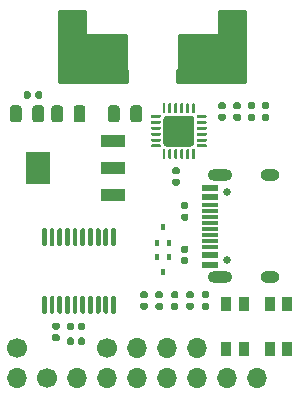
<source format=gts>
G04 #@! TF.GenerationSoftware,KiCad,Pcbnew,5.1.9+dfsg1-1*
G04 #@! TF.CreationDate,2022-04-19T21:03:17+02:00*
G04 #@! TF.ProjectId,edgedriver,65646765-6472-4697-9665-722e6b696361,rev?*
G04 #@! TF.SameCoordinates,Original*
G04 #@! TF.FileFunction,Soldermask,Top*
G04 #@! TF.FilePolarity,Negative*
%FSLAX46Y46*%
G04 Gerber Fmt 4.6, Leading zero omitted, Abs format (unit mm)*
G04 Created by KiCad (PCBNEW 5.1.9+dfsg1-1) date 2022-04-19 21:03:17*
%MOMM*%
%LPD*%
G01*
G04 APERTURE LIST*
%ADD10R,0.400000X0.510000*%
%ADD11O,1.600000X1.000000*%
%ADD12C,0.650000*%
%ADD13O,2.100000X1.000000*%
%ADD14R,1.450000X0.300000*%
%ADD15R,1.450000X0.600000*%
%ADD16R,0.900000X1.250000*%
%ADD17R,2.000000X2.800000*%
%ADD18R,2.000000X1.000000*%
%ADD19C,1.700000*%
%ADD20O,1.700000X1.700000*%
%ADD21C,0.254000*%
%ADD22C,0.100000*%
G04 APERTURE END LIST*
D10*
X400000Y10295000D03*
X900000Y9005000D03*
X1400000Y10295000D03*
D11*
X9950000Y17220000D03*
D12*
X6300000Y15790000D03*
D11*
X9950000Y8580000D03*
D12*
X6300000Y10010000D03*
D13*
X5770000Y8580000D03*
X5770000Y17220000D03*
D14*
X4855000Y12650000D03*
X4855000Y14650000D03*
X4855000Y14150000D03*
X4855000Y13650000D03*
X4855000Y13150000D03*
X4855000Y12150000D03*
X4855000Y11650000D03*
X4855000Y11150000D03*
D15*
X4855000Y16150000D03*
X4855000Y15350000D03*
X4855000Y10450000D03*
X4855000Y9650000D03*
X4855000Y9650000D03*
X4855000Y10450000D03*
X4855000Y15350000D03*
X4855000Y16150000D03*
D10*
X400000Y11505000D03*
X900000Y12795000D03*
X1400000Y11505000D03*
G36*
G01*
X-9150000Y22875000D02*
X-9150000Y21925000D01*
G75*
G02*
X-9400000Y21675000I-250000J0D01*
G01*
X-9900000Y21675000D01*
G75*
G02*
X-10150000Y21925000I0J250000D01*
G01*
X-10150000Y22875000D01*
G75*
G02*
X-9900000Y23125000I250000J0D01*
G01*
X-9400000Y23125000D01*
G75*
G02*
X-9150000Y22875000I0J-250000D01*
G01*
G37*
G36*
G01*
X-11050000Y22875000D02*
X-11050000Y21925000D01*
G75*
G02*
X-11300000Y21675000I-250000J0D01*
G01*
X-11800000Y21675000D01*
G75*
G02*
X-12050000Y21925000I0J250000D01*
G01*
X-12050000Y22875000D01*
G75*
G02*
X-11800000Y23125000I250000J0D01*
G01*
X-11300000Y23125000D01*
G75*
G02*
X-11050000Y22875000I0J-250000D01*
G01*
G37*
D16*
X9950000Y2475000D03*
X11450000Y2475000D03*
X9950000Y6325000D03*
X11450000Y6325000D03*
X6250000Y2475000D03*
X7750000Y2475000D03*
X6250000Y6325000D03*
X7750000Y6325000D03*
G36*
G01*
X3027500Y7380000D02*
X3372500Y7380000D01*
G75*
G02*
X3520000Y7232500I0J-147500D01*
G01*
X3520000Y6937500D01*
G75*
G02*
X3372500Y6790000I-147500J0D01*
G01*
X3027500Y6790000D01*
G75*
G02*
X2880000Y6937500I0J147500D01*
G01*
X2880000Y7232500D01*
G75*
G02*
X3027500Y7380000I147500J0D01*
G01*
G37*
G36*
G01*
X3027500Y6410000D02*
X3372500Y6410000D01*
G75*
G02*
X3520000Y6262500I0J-147500D01*
G01*
X3520000Y5967500D01*
G75*
G02*
X3372500Y5820000I-147500J0D01*
G01*
X3027500Y5820000D01*
G75*
G02*
X2880000Y5967500I0J147500D01*
G01*
X2880000Y6262500D01*
G75*
G02*
X3027500Y6410000I147500J0D01*
G01*
G37*
G36*
G01*
X-9025000Y5500000D02*
X-9225000Y5500000D01*
G75*
G02*
X-9325000Y5600000I0J100000D01*
G01*
X-9325000Y6875000D01*
G75*
G02*
X-9225000Y6975000I100000J0D01*
G01*
X-9025000Y6975000D01*
G75*
G02*
X-8925000Y6875000I0J-100000D01*
G01*
X-8925000Y5600000D01*
G75*
G02*
X-9025000Y5500000I-100000J0D01*
G01*
G37*
G36*
G01*
X-8375000Y5500000D02*
X-8575000Y5500000D01*
G75*
G02*
X-8675000Y5600000I0J100000D01*
G01*
X-8675000Y6875000D01*
G75*
G02*
X-8575000Y6975000I100000J0D01*
G01*
X-8375000Y6975000D01*
G75*
G02*
X-8275000Y6875000I0J-100000D01*
G01*
X-8275000Y5600000D01*
G75*
G02*
X-8375000Y5500000I-100000J0D01*
G01*
G37*
G36*
G01*
X-7725000Y5500000D02*
X-7925000Y5500000D01*
G75*
G02*
X-8025000Y5600000I0J100000D01*
G01*
X-8025000Y6875000D01*
G75*
G02*
X-7925000Y6975000I100000J0D01*
G01*
X-7725000Y6975000D01*
G75*
G02*
X-7625000Y6875000I0J-100000D01*
G01*
X-7625000Y5600000D01*
G75*
G02*
X-7725000Y5500000I-100000J0D01*
G01*
G37*
G36*
G01*
X-7075000Y5500000D02*
X-7275000Y5500000D01*
G75*
G02*
X-7375000Y5600000I0J100000D01*
G01*
X-7375000Y6875000D01*
G75*
G02*
X-7275000Y6975000I100000J0D01*
G01*
X-7075000Y6975000D01*
G75*
G02*
X-6975000Y6875000I0J-100000D01*
G01*
X-6975000Y5600000D01*
G75*
G02*
X-7075000Y5500000I-100000J0D01*
G01*
G37*
G36*
G01*
X-6425000Y5500000D02*
X-6625000Y5500000D01*
G75*
G02*
X-6725000Y5600000I0J100000D01*
G01*
X-6725000Y6875000D01*
G75*
G02*
X-6625000Y6975000I100000J0D01*
G01*
X-6425000Y6975000D01*
G75*
G02*
X-6325000Y6875000I0J-100000D01*
G01*
X-6325000Y5600000D01*
G75*
G02*
X-6425000Y5500000I-100000J0D01*
G01*
G37*
G36*
G01*
X-5775000Y5500000D02*
X-5975000Y5500000D01*
G75*
G02*
X-6075000Y5600000I0J100000D01*
G01*
X-6075000Y6875000D01*
G75*
G02*
X-5975000Y6975000I100000J0D01*
G01*
X-5775000Y6975000D01*
G75*
G02*
X-5675000Y6875000I0J-100000D01*
G01*
X-5675000Y5600000D01*
G75*
G02*
X-5775000Y5500000I-100000J0D01*
G01*
G37*
G36*
G01*
X-5125000Y5500000D02*
X-5325000Y5500000D01*
G75*
G02*
X-5425000Y5600000I0J100000D01*
G01*
X-5425000Y6875000D01*
G75*
G02*
X-5325000Y6975000I100000J0D01*
G01*
X-5125000Y6975000D01*
G75*
G02*
X-5025000Y6875000I0J-100000D01*
G01*
X-5025000Y5600000D01*
G75*
G02*
X-5125000Y5500000I-100000J0D01*
G01*
G37*
G36*
G01*
X-4475000Y5500000D02*
X-4675000Y5500000D01*
G75*
G02*
X-4775000Y5600000I0J100000D01*
G01*
X-4775000Y6875000D01*
G75*
G02*
X-4675000Y6975000I100000J0D01*
G01*
X-4475000Y6975000D01*
G75*
G02*
X-4375000Y6875000I0J-100000D01*
G01*
X-4375000Y5600000D01*
G75*
G02*
X-4475000Y5500000I-100000J0D01*
G01*
G37*
G36*
G01*
X-3825000Y5500000D02*
X-4025000Y5500000D01*
G75*
G02*
X-4125000Y5600000I0J100000D01*
G01*
X-4125000Y6875000D01*
G75*
G02*
X-4025000Y6975000I100000J0D01*
G01*
X-3825000Y6975000D01*
G75*
G02*
X-3725000Y6875000I0J-100000D01*
G01*
X-3725000Y5600000D01*
G75*
G02*
X-3825000Y5500000I-100000J0D01*
G01*
G37*
G36*
G01*
X-3175000Y5500000D02*
X-3375000Y5500000D01*
G75*
G02*
X-3475000Y5600000I0J100000D01*
G01*
X-3475000Y6875000D01*
G75*
G02*
X-3375000Y6975000I100000J0D01*
G01*
X-3175000Y6975000D01*
G75*
G02*
X-3075000Y6875000I0J-100000D01*
G01*
X-3075000Y5600000D01*
G75*
G02*
X-3175000Y5500000I-100000J0D01*
G01*
G37*
G36*
G01*
X-3175000Y11225000D02*
X-3375000Y11225000D01*
G75*
G02*
X-3475000Y11325000I0J100000D01*
G01*
X-3475000Y12600000D01*
G75*
G02*
X-3375000Y12700000I100000J0D01*
G01*
X-3175000Y12700000D01*
G75*
G02*
X-3075000Y12600000I0J-100000D01*
G01*
X-3075000Y11325000D01*
G75*
G02*
X-3175000Y11225000I-100000J0D01*
G01*
G37*
G36*
G01*
X-3825000Y11225000D02*
X-4025000Y11225000D01*
G75*
G02*
X-4125000Y11325000I0J100000D01*
G01*
X-4125000Y12600000D01*
G75*
G02*
X-4025000Y12700000I100000J0D01*
G01*
X-3825000Y12700000D01*
G75*
G02*
X-3725000Y12600000I0J-100000D01*
G01*
X-3725000Y11325000D01*
G75*
G02*
X-3825000Y11225000I-100000J0D01*
G01*
G37*
G36*
G01*
X-4475000Y11225000D02*
X-4675000Y11225000D01*
G75*
G02*
X-4775000Y11325000I0J100000D01*
G01*
X-4775000Y12600000D01*
G75*
G02*
X-4675000Y12700000I100000J0D01*
G01*
X-4475000Y12700000D01*
G75*
G02*
X-4375000Y12600000I0J-100000D01*
G01*
X-4375000Y11325000D01*
G75*
G02*
X-4475000Y11225000I-100000J0D01*
G01*
G37*
G36*
G01*
X-5125000Y11225000D02*
X-5325000Y11225000D01*
G75*
G02*
X-5425000Y11325000I0J100000D01*
G01*
X-5425000Y12600000D01*
G75*
G02*
X-5325000Y12700000I100000J0D01*
G01*
X-5125000Y12700000D01*
G75*
G02*
X-5025000Y12600000I0J-100000D01*
G01*
X-5025000Y11325000D01*
G75*
G02*
X-5125000Y11225000I-100000J0D01*
G01*
G37*
G36*
G01*
X-5775000Y11225000D02*
X-5975000Y11225000D01*
G75*
G02*
X-6075000Y11325000I0J100000D01*
G01*
X-6075000Y12600000D01*
G75*
G02*
X-5975000Y12700000I100000J0D01*
G01*
X-5775000Y12700000D01*
G75*
G02*
X-5675000Y12600000I0J-100000D01*
G01*
X-5675000Y11325000D01*
G75*
G02*
X-5775000Y11225000I-100000J0D01*
G01*
G37*
G36*
G01*
X-6425000Y11225000D02*
X-6625000Y11225000D01*
G75*
G02*
X-6725000Y11325000I0J100000D01*
G01*
X-6725000Y12600000D01*
G75*
G02*
X-6625000Y12700000I100000J0D01*
G01*
X-6425000Y12700000D01*
G75*
G02*
X-6325000Y12600000I0J-100000D01*
G01*
X-6325000Y11325000D01*
G75*
G02*
X-6425000Y11225000I-100000J0D01*
G01*
G37*
G36*
G01*
X-7075000Y11225000D02*
X-7275000Y11225000D01*
G75*
G02*
X-7375000Y11325000I0J100000D01*
G01*
X-7375000Y12600000D01*
G75*
G02*
X-7275000Y12700000I100000J0D01*
G01*
X-7075000Y12700000D01*
G75*
G02*
X-6975000Y12600000I0J-100000D01*
G01*
X-6975000Y11325000D01*
G75*
G02*
X-7075000Y11225000I-100000J0D01*
G01*
G37*
G36*
G01*
X-7725000Y11225000D02*
X-7925000Y11225000D01*
G75*
G02*
X-8025000Y11325000I0J100000D01*
G01*
X-8025000Y12600000D01*
G75*
G02*
X-7925000Y12700000I100000J0D01*
G01*
X-7725000Y12700000D01*
G75*
G02*
X-7625000Y12600000I0J-100000D01*
G01*
X-7625000Y11325000D01*
G75*
G02*
X-7725000Y11225000I-100000J0D01*
G01*
G37*
G36*
G01*
X-8375000Y11225000D02*
X-8575000Y11225000D01*
G75*
G02*
X-8675000Y11325000I0J100000D01*
G01*
X-8675000Y12600000D01*
G75*
G02*
X-8575000Y12700000I100000J0D01*
G01*
X-8375000Y12700000D01*
G75*
G02*
X-8275000Y12600000I0J-100000D01*
G01*
X-8275000Y11325000D01*
G75*
G02*
X-8375000Y11225000I-100000J0D01*
G01*
G37*
G36*
G01*
X-9025000Y11225000D02*
X-9225000Y11225000D01*
G75*
G02*
X-9325000Y11325000I0J100000D01*
G01*
X-9325000Y12600000D01*
G75*
G02*
X-9225000Y12700000I100000J0D01*
G01*
X-9025000Y12700000D01*
G75*
G02*
X-8925000Y12600000I0J-100000D01*
G01*
X-8925000Y11325000D01*
G75*
G02*
X-9025000Y11225000I-100000J0D01*
G01*
G37*
D17*
X-9650000Y17800000D03*
D18*
X-3350000Y17800000D03*
X-3350000Y20100000D03*
X-3350000Y15500000D03*
G36*
G01*
X-7230000Y4227500D02*
X-7230000Y4572500D01*
G75*
G02*
X-7082500Y4720000I147500J0D01*
G01*
X-6787500Y4720000D01*
G75*
G02*
X-6640000Y4572500I0J-147500D01*
G01*
X-6640000Y4227500D01*
G75*
G02*
X-6787500Y4080000I-147500J0D01*
G01*
X-7082500Y4080000D01*
G75*
G02*
X-7230000Y4227500I0J147500D01*
G01*
G37*
G36*
G01*
X-6260000Y4227500D02*
X-6260000Y4572500D01*
G75*
G02*
X-6112500Y4720000I147500J0D01*
G01*
X-5817500Y4720000D01*
G75*
G02*
X-5670000Y4572500I0J-147500D01*
G01*
X-5670000Y4227500D01*
G75*
G02*
X-5817500Y4080000I-147500J0D01*
G01*
X-6112500Y4080000D01*
G75*
G02*
X-6260000Y4227500I0J147500D01*
G01*
G37*
G36*
G01*
X-5670000Y3322500D02*
X-5670000Y2977500D01*
G75*
G02*
X-5817500Y2830000I-147500J0D01*
G01*
X-6112500Y2830000D01*
G75*
G02*
X-6260000Y2977500I0J147500D01*
G01*
X-6260000Y3322500D01*
G75*
G02*
X-6112500Y3470000I147500J0D01*
G01*
X-5817500Y3470000D01*
G75*
G02*
X-5670000Y3322500I0J-147500D01*
G01*
G37*
G36*
G01*
X-6640000Y3322500D02*
X-6640000Y2977500D01*
G75*
G02*
X-6787500Y2830000I-147500J0D01*
G01*
X-7082500Y2830000D01*
G75*
G02*
X-7230000Y2977500I0J147500D01*
G01*
X-7230000Y3322500D01*
G75*
G02*
X-7082500Y3470000I147500J0D01*
G01*
X-6787500Y3470000D01*
G75*
G02*
X-6640000Y3322500I0J-147500D01*
G01*
G37*
G36*
G01*
X-8322500Y3760000D02*
X-7977500Y3760000D01*
G75*
G02*
X-7830000Y3612500I0J-147500D01*
G01*
X-7830000Y3317500D01*
G75*
G02*
X-7977500Y3170000I-147500J0D01*
G01*
X-8322500Y3170000D01*
G75*
G02*
X-8470000Y3317500I0J147500D01*
G01*
X-8470000Y3612500D01*
G75*
G02*
X-8322500Y3760000I147500J0D01*
G01*
G37*
G36*
G01*
X-8322500Y4730000D02*
X-7977500Y4730000D01*
G75*
G02*
X-7830000Y4582500I0J-147500D01*
G01*
X-7830000Y4287500D01*
G75*
G02*
X-7977500Y4140000I-147500J0D01*
G01*
X-8322500Y4140000D01*
G75*
G02*
X-8470000Y4287500I0J147500D01*
G01*
X-8470000Y4582500D01*
G75*
G02*
X-8322500Y4730000I147500J0D01*
G01*
G37*
D19*
X-11430000Y2540000D03*
D20*
X-11430000Y0D03*
D19*
X-3810000Y2540000D03*
D20*
X-1270000Y2540000D03*
X1270000Y2540000D03*
X3810000Y2540000D03*
G36*
G01*
X3550000Y21987500D02*
X3550000Y19887500D01*
G75*
G02*
X3300000Y19637500I-250000J0D01*
G01*
X1200000Y19637500D01*
G75*
G02*
X950000Y19887500I0J250000D01*
G01*
X950000Y21987500D01*
G75*
G02*
X1200000Y22237500I250000J0D01*
G01*
X3300000Y22237500D01*
G75*
G02*
X3550000Y21987500I0J-250000D01*
G01*
G37*
G36*
G01*
X4600000Y19750000D02*
X4600000Y19625000D01*
G75*
G02*
X4537500Y19562500I-62500J0D01*
G01*
X3837500Y19562500D01*
G75*
G02*
X3775000Y19625000I0J62500D01*
G01*
X3775000Y19750000D01*
G75*
G02*
X3837500Y19812500I62500J0D01*
G01*
X4537500Y19812500D01*
G75*
G02*
X4600000Y19750000I0J-62500D01*
G01*
G37*
G36*
G01*
X4600000Y20250000D02*
X4600000Y20125000D01*
G75*
G02*
X4537500Y20062500I-62500J0D01*
G01*
X3837500Y20062500D01*
G75*
G02*
X3775000Y20125000I0J62500D01*
G01*
X3775000Y20250000D01*
G75*
G02*
X3837500Y20312500I62500J0D01*
G01*
X4537500Y20312500D01*
G75*
G02*
X4600000Y20250000I0J-62500D01*
G01*
G37*
G36*
G01*
X4600000Y20750000D02*
X4600000Y20625000D01*
G75*
G02*
X4537500Y20562500I-62500J0D01*
G01*
X3837500Y20562500D01*
G75*
G02*
X3775000Y20625000I0J62500D01*
G01*
X3775000Y20750000D01*
G75*
G02*
X3837500Y20812500I62500J0D01*
G01*
X4537500Y20812500D01*
G75*
G02*
X4600000Y20750000I0J-62500D01*
G01*
G37*
G36*
G01*
X4600000Y21250000D02*
X4600000Y21125000D01*
G75*
G02*
X4537500Y21062500I-62500J0D01*
G01*
X3837500Y21062500D01*
G75*
G02*
X3775000Y21125000I0J62500D01*
G01*
X3775000Y21250000D01*
G75*
G02*
X3837500Y21312500I62500J0D01*
G01*
X4537500Y21312500D01*
G75*
G02*
X4600000Y21250000I0J-62500D01*
G01*
G37*
G36*
G01*
X4600000Y21750000D02*
X4600000Y21625000D01*
G75*
G02*
X4537500Y21562500I-62500J0D01*
G01*
X3837500Y21562500D01*
G75*
G02*
X3775000Y21625000I0J62500D01*
G01*
X3775000Y21750000D01*
G75*
G02*
X3837500Y21812500I62500J0D01*
G01*
X4537500Y21812500D01*
G75*
G02*
X4600000Y21750000I0J-62500D01*
G01*
G37*
G36*
G01*
X4600000Y22250000D02*
X4600000Y22125000D01*
G75*
G02*
X4537500Y22062500I-62500J0D01*
G01*
X3837500Y22062500D01*
G75*
G02*
X3775000Y22125000I0J62500D01*
G01*
X3775000Y22250000D01*
G75*
G02*
X3837500Y22312500I62500J0D01*
G01*
X4537500Y22312500D01*
G75*
G02*
X4600000Y22250000I0J-62500D01*
G01*
G37*
G36*
G01*
X3625000Y23225000D02*
X3625000Y22525000D01*
G75*
G02*
X3562500Y22462500I-62500J0D01*
G01*
X3437500Y22462500D01*
G75*
G02*
X3375000Y22525000I0J62500D01*
G01*
X3375000Y23225000D01*
G75*
G02*
X3437500Y23287500I62500J0D01*
G01*
X3562500Y23287500D01*
G75*
G02*
X3625000Y23225000I0J-62500D01*
G01*
G37*
G36*
G01*
X3125000Y23225000D02*
X3125000Y22525000D01*
G75*
G02*
X3062500Y22462500I-62500J0D01*
G01*
X2937500Y22462500D01*
G75*
G02*
X2875000Y22525000I0J62500D01*
G01*
X2875000Y23225000D01*
G75*
G02*
X2937500Y23287500I62500J0D01*
G01*
X3062500Y23287500D01*
G75*
G02*
X3125000Y23225000I0J-62500D01*
G01*
G37*
G36*
G01*
X2625000Y23225000D02*
X2625000Y22525000D01*
G75*
G02*
X2562500Y22462500I-62500J0D01*
G01*
X2437500Y22462500D01*
G75*
G02*
X2375000Y22525000I0J62500D01*
G01*
X2375000Y23225000D01*
G75*
G02*
X2437500Y23287500I62500J0D01*
G01*
X2562500Y23287500D01*
G75*
G02*
X2625000Y23225000I0J-62500D01*
G01*
G37*
G36*
G01*
X2125000Y23225000D02*
X2125000Y22525000D01*
G75*
G02*
X2062500Y22462500I-62500J0D01*
G01*
X1937500Y22462500D01*
G75*
G02*
X1875000Y22525000I0J62500D01*
G01*
X1875000Y23225000D01*
G75*
G02*
X1937500Y23287500I62500J0D01*
G01*
X2062500Y23287500D01*
G75*
G02*
X2125000Y23225000I0J-62500D01*
G01*
G37*
G36*
G01*
X1625000Y23225000D02*
X1625000Y22525000D01*
G75*
G02*
X1562500Y22462500I-62500J0D01*
G01*
X1437500Y22462500D01*
G75*
G02*
X1375000Y22525000I0J62500D01*
G01*
X1375000Y23225000D01*
G75*
G02*
X1437500Y23287500I62500J0D01*
G01*
X1562500Y23287500D01*
G75*
G02*
X1625000Y23225000I0J-62500D01*
G01*
G37*
G36*
G01*
X1125000Y23225000D02*
X1125000Y22525000D01*
G75*
G02*
X1062500Y22462500I-62500J0D01*
G01*
X937500Y22462500D01*
G75*
G02*
X875000Y22525000I0J62500D01*
G01*
X875000Y23225000D01*
G75*
G02*
X937500Y23287500I62500J0D01*
G01*
X1062500Y23287500D01*
G75*
G02*
X1125000Y23225000I0J-62500D01*
G01*
G37*
G36*
G01*
X725000Y22250000D02*
X725000Y22125000D01*
G75*
G02*
X662500Y22062500I-62500J0D01*
G01*
X-37500Y22062500D01*
G75*
G02*
X-100000Y22125000I0J62500D01*
G01*
X-100000Y22250000D01*
G75*
G02*
X-37500Y22312500I62500J0D01*
G01*
X662500Y22312500D01*
G75*
G02*
X725000Y22250000I0J-62500D01*
G01*
G37*
G36*
G01*
X725000Y21750000D02*
X725000Y21625000D01*
G75*
G02*
X662500Y21562500I-62500J0D01*
G01*
X-37500Y21562500D01*
G75*
G02*
X-100000Y21625000I0J62500D01*
G01*
X-100000Y21750000D01*
G75*
G02*
X-37500Y21812500I62500J0D01*
G01*
X662500Y21812500D01*
G75*
G02*
X725000Y21750000I0J-62500D01*
G01*
G37*
G36*
G01*
X725000Y21250000D02*
X725000Y21125000D01*
G75*
G02*
X662500Y21062500I-62500J0D01*
G01*
X-37500Y21062500D01*
G75*
G02*
X-100000Y21125000I0J62500D01*
G01*
X-100000Y21250000D01*
G75*
G02*
X-37500Y21312500I62500J0D01*
G01*
X662500Y21312500D01*
G75*
G02*
X725000Y21250000I0J-62500D01*
G01*
G37*
G36*
G01*
X725000Y20750000D02*
X725000Y20625000D01*
G75*
G02*
X662500Y20562500I-62500J0D01*
G01*
X-37500Y20562500D01*
G75*
G02*
X-100000Y20625000I0J62500D01*
G01*
X-100000Y20750000D01*
G75*
G02*
X-37500Y20812500I62500J0D01*
G01*
X662500Y20812500D01*
G75*
G02*
X725000Y20750000I0J-62500D01*
G01*
G37*
G36*
G01*
X725000Y20250000D02*
X725000Y20125000D01*
G75*
G02*
X662500Y20062500I-62500J0D01*
G01*
X-37500Y20062500D01*
G75*
G02*
X-100000Y20125000I0J62500D01*
G01*
X-100000Y20250000D01*
G75*
G02*
X-37500Y20312500I62500J0D01*
G01*
X662500Y20312500D01*
G75*
G02*
X725000Y20250000I0J-62500D01*
G01*
G37*
G36*
G01*
X725000Y19750000D02*
X725000Y19625000D01*
G75*
G02*
X662500Y19562500I-62500J0D01*
G01*
X-37500Y19562500D01*
G75*
G02*
X-100000Y19625000I0J62500D01*
G01*
X-100000Y19750000D01*
G75*
G02*
X-37500Y19812500I62500J0D01*
G01*
X662500Y19812500D01*
G75*
G02*
X725000Y19750000I0J-62500D01*
G01*
G37*
G36*
G01*
X1125000Y19350000D02*
X1125000Y18650000D01*
G75*
G02*
X1062500Y18587500I-62500J0D01*
G01*
X937500Y18587500D01*
G75*
G02*
X875000Y18650000I0J62500D01*
G01*
X875000Y19350000D01*
G75*
G02*
X937500Y19412500I62500J0D01*
G01*
X1062500Y19412500D01*
G75*
G02*
X1125000Y19350000I0J-62500D01*
G01*
G37*
G36*
G01*
X1625000Y19350000D02*
X1625000Y18650000D01*
G75*
G02*
X1562500Y18587500I-62500J0D01*
G01*
X1437500Y18587500D01*
G75*
G02*
X1375000Y18650000I0J62500D01*
G01*
X1375000Y19350000D01*
G75*
G02*
X1437500Y19412500I62500J0D01*
G01*
X1562500Y19412500D01*
G75*
G02*
X1625000Y19350000I0J-62500D01*
G01*
G37*
G36*
G01*
X2125000Y19350000D02*
X2125000Y18650000D01*
G75*
G02*
X2062500Y18587500I-62500J0D01*
G01*
X1937500Y18587500D01*
G75*
G02*
X1875000Y18650000I0J62500D01*
G01*
X1875000Y19350000D01*
G75*
G02*
X1937500Y19412500I62500J0D01*
G01*
X2062500Y19412500D01*
G75*
G02*
X2125000Y19350000I0J-62500D01*
G01*
G37*
G36*
G01*
X2625000Y19350000D02*
X2625000Y18650000D01*
G75*
G02*
X2562500Y18587500I-62500J0D01*
G01*
X2437500Y18587500D01*
G75*
G02*
X2375000Y18650000I0J62500D01*
G01*
X2375000Y19350000D01*
G75*
G02*
X2437500Y19412500I62500J0D01*
G01*
X2562500Y19412500D01*
G75*
G02*
X2625000Y19350000I0J-62500D01*
G01*
G37*
G36*
G01*
X3125000Y19350000D02*
X3125000Y18650000D01*
G75*
G02*
X3062500Y18587500I-62500J0D01*
G01*
X2937500Y18587500D01*
G75*
G02*
X2875000Y18650000I0J62500D01*
G01*
X2875000Y19350000D01*
G75*
G02*
X2937500Y19412500I62500J0D01*
G01*
X3062500Y19412500D01*
G75*
G02*
X3125000Y19350000I0J-62500D01*
G01*
G37*
G36*
G01*
X3625000Y19350000D02*
X3625000Y18650000D01*
G75*
G02*
X3562500Y18587500I-62500J0D01*
G01*
X3437500Y18587500D01*
G75*
G02*
X3375000Y18650000I0J62500D01*
G01*
X3375000Y19350000D01*
G75*
G02*
X3437500Y19412500I62500J0D01*
G01*
X3562500Y19412500D01*
G75*
G02*
X3625000Y19350000I0J-62500D01*
G01*
G37*
D19*
X-8890000Y0D03*
D20*
X-6350000Y0D03*
X-3810000Y0D03*
X-1270000Y0D03*
X1270000Y0D03*
X3810000Y0D03*
X6350000Y0D03*
X8890000Y0D03*
G36*
G01*
X2182500Y16310000D02*
X1837500Y16310000D01*
G75*
G02*
X1690000Y16457500I0J147500D01*
G01*
X1690000Y16752500D01*
G75*
G02*
X1837500Y16900000I147500J0D01*
G01*
X2182500Y16900000D01*
G75*
G02*
X2330000Y16752500I0J-147500D01*
G01*
X2330000Y16457500D01*
G75*
G02*
X2182500Y16310000I-147500J0D01*
G01*
G37*
G36*
G01*
X2182500Y17280000D02*
X1837500Y17280000D01*
G75*
G02*
X1690000Y17427500I0J147500D01*
G01*
X1690000Y17722500D01*
G75*
G02*
X1837500Y17870000I147500J0D01*
G01*
X2182500Y17870000D01*
G75*
G02*
X2330000Y17722500I0J-147500D01*
G01*
X2330000Y17427500D01*
G75*
G02*
X2182500Y17280000I-147500J0D01*
G01*
G37*
G36*
G01*
X5727500Y22410000D02*
X6072500Y22410000D01*
G75*
G02*
X6220000Y22262500I0J-147500D01*
G01*
X6220000Y21967500D01*
G75*
G02*
X6072500Y21820000I-147500J0D01*
G01*
X5727500Y21820000D01*
G75*
G02*
X5580000Y21967500I0J147500D01*
G01*
X5580000Y22262500D01*
G75*
G02*
X5727500Y22410000I147500J0D01*
G01*
G37*
G36*
G01*
X5727500Y23380000D02*
X6072500Y23380000D01*
G75*
G02*
X6220000Y23232500I0J-147500D01*
G01*
X6220000Y22937500D01*
G75*
G02*
X6072500Y22790000I-147500J0D01*
G01*
X5727500Y22790000D01*
G75*
G02*
X5580000Y22937500I0J147500D01*
G01*
X5580000Y23232500D01*
G75*
G02*
X5727500Y23380000I147500J0D01*
G01*
G37*
G36*
G01*
X8572500Y22790000D02*
X8227500Y22790000D01*
G75*
G02*
X8080000Y22937500I0J147500D01*
G01*
X8080000Y23232500D01*
G75*
G02*
X8227500Y23380000I147500J0D01*
G01*
X8572500Y23380000D01*
G75*
G02*
X8720000Y23232500I0J-147500D01*
G01*
X8720000Y22937500D01*
G75*
G02*
X8572500Y22790000I-147500J0D01*
G01*
G37*
G36*
G01*
X8572500Y21820000D02*
X8227500Y21820000D01*
G75*
G02*
X8080000Y21967500I0J147500D01*
G01*
X8080000Y22262500D01*
G75*
G02*
X8227500Y22410000I147500J0D01*
G01*
X8572500Y22410000D01*
G75*
G02*
X8720000Y22262500I0J-147500D01*
G01*
X8720000Y21967500D01*
G75*
G02*
X8572500Y21820000I-147500J0D01*
G01*
G37*
G36*
G01*
X-9320000Y24172500D02*
X-9320000Y23827500D01*
G75*
G02*
X-9467500Y23680000I-147500J0D01*
G01*
X-9762500Y23680000D01*
G75*
G02*
X-9910000Y23827500I0J147500D01*
G01*
X-9910000Y24172500D01*
G75*
G02*
X-9762500Y24320000I147500J0D01*
G01*
X-9467500Y24320000D01*
G75*
G02*
X-9320000Y24172500I0J-147500D01*
G01*
G37*
G36*
G01*
X-10290000Y24172500D02*
X-10290000Y23827500D01*
G75*
G02*
X-10437500Y23680000I-147500J0D01*
G01*
X-10732500Y23680000D01*
G75*
G02*
X-10880000Y23827500I0J147500D01*
G01*
X-10880000Y24172500D01*
G75*
G02*
X-10732500Y24320000I147500J0D01*
G01*
X-10437500Y24320000D01*
G75*
G02*
X-10290000Y24172500I0J-147500D01*
G01*
G37*
G36*
G01*
X7372500Y21820000D02*
X7027500Y21820000D01*
G75*
G02*
X6880000Y21967500I0J147500D01*
G01*
X6880000Y22262500D01*
G75*
G02*
X7027500Y22410000I147500J0D01*
G01*
X7372500Y22410000D01*
G75*
G02*
X7520000Y22262500I0J-147500D01*
G01*
X7520000Y21967500D01*
G75*
G02*
X7372500Y21820000I-147500J0D01*
G01*
G37*
G36*
G01*
X7372500Y22790000D02*
X7027500Y22790000D01*
G75*
G02*
X6880000Y22937500I0J147500D01*
G01*
X6880000Y23232500D01*
G75*
G02*
X7027500Y23380000I147500J0D01*
G01*
X7372500Y23380000D01*
G75*
G02*
X7520000Y23232500I0J-147500D01*
G01*
X7520000Y22937500D01*
G75*
G02*
X7372500Y22790000I-147500J0D01*
G01*
G37*
G36*
G01*
X2072500Y6775000D02*
X1727500Y6775000D01*
G75*
G02*
X1580000Y6922500I0J147500D01*
G01*
X1580000Y7217500D01*
G75*
G02*
X1727500Y7365000I147500J0D01*
G01*
X2072500Y7365000D01*
G75*
G02*
X2220000Y7217500I0J-147500D01*
G01*
X2220000Y6922500D01*
G75*
G02*
X2072500Y6775000I-147500J0D01*
G01*
G37*
G36*
G01*
X2072500Y5805000D02*
X1727500Y5805000D01*
G75*
G02*
X1580000Y5952500I0J147500D01*
G01*
X1580000Y6247500D01*
G75*
G02*
X1727500Y6395000I147500J0D01*
G01*
X2072500Y6395000D01*
G75*
G02*
X2220000Y6247500I0J-147500D01*
G01*
X2220000Y5952500D01*
G75*
G02*
X2072500Y5805000I-147500J0D01*
G01*
G37*
G36*
G01*
X9772500Y21820000D02*
X9427500Y21820000D01*
G75*
G02*
X9280000Y21967500I0J147500D01*
G01*
X9280000Y22262500D01*
G75*
G02*
X9427500Y22410000I147500J0D01*
G01*
X9772500Y22410000D01*
G75*
G02*
X9920000Y22262500I0J-147500D01*
G01*
X9920000Y21967500D01*
G75*
G02*
X9772500Y21820000I-147500J0D01*
G01*
G37*
G36*
G01*
X9772500Y22790000D02*
X9427500Y22790000D01*
G75*
G02*
X9280000Y22937500I0J147500D01*
G01*
X9280000Y23232500D01*
G75*
G02*
X9427500Y23380000I147500J0D01*
G01*
X9772500Y23380000D01*
G75*
G02*
X9920000Y23232500I0J-147500D01*
G01*
X9920000Y22937500D01*
G75*
G02*
X9772500Y22790000I-147500J0D01*
G01*
G37*
G36*
G01*
X-872500Y6410000D02*
X-527500Y6410000D01*
G75*
G02*
X-380000Y6262500I0J-147500D01*
G01*
X-380000Y5967500D01*
G75*
G02*
X-527500Y5820000I-147500J0D01*
G01*
X-872500Y5820000D01*
G75*
G02*
X-1020000Y5967500I0J147500D01*
G01*
X-1020000Y6262500D01*
G75*
G02*
X-872500Y6410000I147500J0D01*
G01*
G37*
G36*
G01*
X-872500Y7380000D02*
X-527500Y7380000D01*
G75*
G02*
X-380000Y7232500I0J-147500D01*
G01*
X-380000Y6937500D01*
G75*
G02*
X-527500Y6790000I-147500J0D01*
G01*
X-872500Y6790000D01*
G75*
G02*
X-1020000Y6937500I0J147500D01*
G01*
X-1020000Y7232500D01*
G75*
G02*
X-872500Y7380000I147500J0D01*
G01*
G37*
G36*
G01*
X2922500Y9685000D02*
X2577500Y9685000D01*
G75*
G02*
X2430000Y9832500I0J147500D01*
G01*
X2430000Y10127500D01*
G75*
G02*
X2577500Y10275000I147500J0D01*
G01*
X2922500Y10275000D01*
G75*
G02*
X3070000Y10127500I0J-147500D01*
G01*
X3070000Y9832500D01*
G75*
G02*
X2922500Y9685000I-147500J0D01*
G01*
G37*
G36*
G01*
X2922500Y10655000D02*
X2577500Y10655000D01*
G75*
G02*
X2430000Y10802500I0J147500D01*
G01*
X2430000Y11097500D01*
G75*
G02*
X2577500Y11245000I147500J0D01*
G01*
X2922500Y11245000D01*
G75*
G02*
X3070000Y11097500I0J-147500D01*
G01*
X3070000Y10802500D01*
G75*
G02*
X2922500Y10655000I-147500J0D01*
G01*
G37*
G36*
G01*
X2577500Y13960000D02*
X2922500Y13960000D01*
G75*
G02*
X3070000Y13812500I0J-147500D01*
G01*
X3070000Y13517500D01*
G75*
G02*
X2922500Y13370000I-147500J0D01*
G01*
X2577500Y13370000D01*
G75*
G02*
X2430000Y13517500I0J147500D01*
G01*
X2430000Y13812500D01*
G75*
G02*
X2577500Y13960000I147500J0D01*
G01*
G37*
G36*
G01*
X2577500Y14930000D02*
X2922500Y14930000D01*
G75*
G02*
X3070000Y14782500I0J-147500D01*
G01*
X3070000Y14487500D01*
G75*
G02*
X2922500Y14340000I-147500J0D01*
G01*
X2577500Y14340000D01*
G75*
G02*
X2430000Y14487500I0J147500D01*
G01*
X2430000Y14782500D01*
G75*
G02*
X2577500Y14930000I147500J0D01*
G01*
G37*
G36*
G01*
X427500Y7380000D02*
X772500Y7380000D01*
G75*
G02*
X920000Y7232500I0J-147500D01*
G01*
X920000Y6937500D01*
G75*
G02*
X772500Y6790000I-147500J0D01*
G01*
X427500Y6790000D01*
G75*
G02*
X280000Y6937500I0J147500D01*
G01*
X280000Y7232500D01*
G75*
G02*
X427500Y7380000I147500J0D01*
G01*
G37*
G36*
G01*
X427500Y6410000D02*
X772500Y6410000D01*
G75*
G02*
X920000Y6262500I0J-147500D01*
G01*
X920000Y5967500D01*
G75*
G02*
X772500Y5820000I-147500J0D01*
G01*
X427500Y5820000D01*
G75*
G02*
X280000Y5967500I0J147500D01*
G01*
X280000Y6262500D01*
G75*
G02*
X427500Y6410000I147500J0D01*
G01*
G37*
G36*
G01*
X4327500Y6410000D02*
X4672500Y6410000D01*
G75*
G02*
X4820000Y6262500I0J-147500D01*
G01*
X4820000Y5967500D01*
G75*
G02*
X4672500Y5820000I-147500J0D01*
G01*
X4327500Y5820000D01*
G75*
G02*
X4180000Y5967500I0J147500D01*
G01*
X4180000Y6262500D01*
G75*
G02*
X4327500Y6410000I147500J0D01*
G01*
G37*
G36*
G01*
X4327500Y7380000D02*
X4672500Y7380000D01*
G75*
G02*
X4820000Y7232500I0J-147500D01*
G01*
X4820000Y6937500D01*
G75*
G02*
X4672500Y6790000I-147500J0D01*
G01*
X4327500Y6790000D01*
G75*
G02*
X4180000Y6937500I0J147500D01*
G01*
X4180000Y7232500D01*
G75*
G02*
X4327500Y7380000I147500J0D01*
G01*
G37*
G36*
G01*
X-2750000Y22875000D02*
X-2750000Y21925000D01*
G75*
G02*
X-3000000Y21675000I-250000J0D01*
G01*
X-3500000Y21675000D01*
G75*
G02*
X-3750000Y21925000I0J250000D01*
G01*
X-3750000Y22875000D01*
G75*
G02*
X-3500000Y23125000I250000J0D01*
G01*
X-3000000Y23125000D01*
G75*
G02*
X-2750000Y22875000I0J-250000D01*
G01*
G37*
G36*
G01*
X-850000Y22875000D02*
X-850000Y21925000D01*
G75*
G02*
X-1100000Y21675000I-250000J0D01*
G01*
X-1600000Y21675000D01*
G75*
G02*
X-1850000Y21925000I0J250000D01*
G01*
X-1850000Y22875000D01*
G75*
G02*
X-1600000Y23125000I250000J0D01*
G01*
X-1100000Y23125000D01*
G75*
G02*
X-850000Y22875000I0J-250000D01*
G01*
G37*
G36*
G01*
X-8550000Y21925000D02*
X-8550000Y22875000D01*
G75*
G02*
X-8300000Y23125000I250000J0D01*
G01*
X-7800000Y23125000D01*
G75*
G02*
X-7550000Y22875000I0J-250000D01*
G01*
X-7550000Y21925000D01*
G75*
G02*
X-7800000Y21675000I-250000J0D01*
G01*
X-8300000Y21675000D01*
G75*
G02*
X-8550000Y21925000I0J250000D01*
G01*
G37*
G36*
G01*
X-6650000Y21925000D02*
X-6650000Y22875000D01*
G75*
G02*
X-6400000Y23125000I250000J0D01*
G01*
X-5900000Y23125000D01*
G75*
G02*
X-5650000Y22875000I0J-250000D01*
G01*
X-5650000Y21925000D01*
G75*
G02*
X-5900000Y21675000I-250000J0D01*
G01*
X-6400000Y21675000D01*
G75*
G02*
X-6650000Y21925000I0J250000D01*
G01*
G37*
D21*
X-5649784Y31099910D02*
X-5649784Y29100034D01*
X-2249992Y29100034D01*
X-2249992Y26099698D01*
X-2127000Y26099698D01*
X-2127000Y25127000D01*
X-7873000Y25127000D01*
X-7873000Y31099995D01*
X-5649784Y31099910D01*
D22*
G36*
X-5649784Y31099910D02*
G01*
X-5649784Y29100034D01*
X-2249992Y29100034D01*
X-2249992Y26099698D01*
X-2127000Y26099698D01*
X-2127000Y25127000D01*
X-7873000Y25127000D01*
X-7873000Y31099995D01*
X-5649784Y31099910D01*
G37*
D21*
X7873000Y25127000D02*
X2127000Y25127000D01*
X2127000Y26099698D01*
X2249992Y26099698D01*
X2249992Y29100034D01*
X5649267Y29100034D01*
X5649267Y31099910D01*
X7873000Y31099910D01*
X7873000Y25127000D01*
D22*
G36*
X7873000Y25127000D02*
G01*
X2127000Y25127000D01*
X2127000Y26099698D01*
X2249992Y26099698D01*
X2249992Y29100034D01*
X5649267Y29100034D01*
X5649267Y31099910D01*
X7873000Y31099910D01*
X7873000Y25127000D01*
G37*
M02*

</source>
